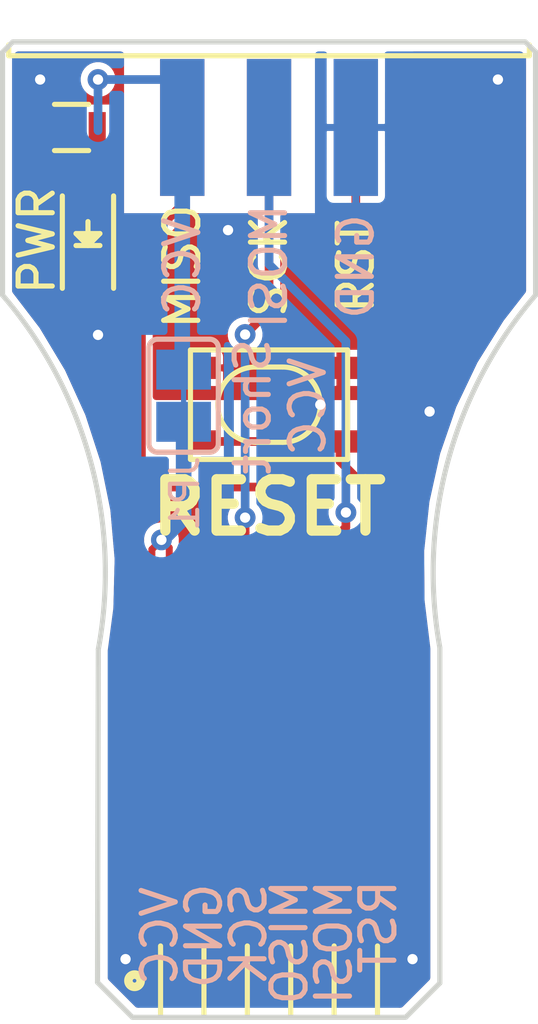
<source format=kicad_pcb>
(kicad_pcb (version 20171130) (host pcbnew 5.1.6-c6e7f7d~86~ubuntu18.04.1)

  (general
    (thickness 1.6)
    (drawings 26)
    (tracks 81)
    (zones 0)
    (modules 6)
    (nets 8)
  )

  (page A4)
  (layers
    (0 F.Cu signal)
    (31 B.Cu signal hide)
    (32 B.Adhes user hide)
    (33 F.Adhes user hide)
    (34 B.Paste user hide)
    (35 F.Paste user)
    (36 B.SilkS user hide)
    (37 F.SilkS user)
    (38 B.Mask user hide)
    (39 F.Mask user)
    (40 Dwgs.User user hide)
    (41 Cmts.User user hide)
    (42 Eco1.User user hide)
    (43 Eco2.User user hide)
    (44 Edge.Cuts user)
    (45 Margin user hide)
    (46 B.CrtYd user hide)
    (47 F.CrtYd user)
    (48 B.Fab user hide)
    (49 F.Fab user)
  )

  (setup
    (last_trace_width 0.1524)
    (user_trace_width 0.1524)
    (user_trace_width 0.2032)
    (user_trace_width 0.254)
    (user_trace_width 0.3048)
    (user_trace_width 0.4572)
    (trace_clearance 0.1524)
    (zone_clearance 0.2032)
    (zone_45_only yes)
    (trace_min 0.1524)
    (via_size 0.6096)
    (via_drill 0.4)
    (via_min_size 0.4)
    (via_min_drill 0.3)
    (user_via 0.6096 0.3)
    (user_via 0.7048 0.4)
    (uvia_size 0.4)
    (uvia_drill 0.3)
    (uvias_allowed no)
    (uvia_min_size 0.4)
    (uvia_min_drill 0.3)
    (edge_width 0.15)
    (segment_width 0.2)
    (pcb_text_width 0.3)
    (pcb_text_size 1.5 1.5)
    (mod_edge_width 0.15)
    (mod_text_size 1 1)
    (mod_text_width 0.15)
    (pad_size 1.1684 1.6002)
    (pad_drill 0)
    (pad_to_mask_clearance 0.04)
    (solder_mask_min_width 0.05)
    (pad_to_paste_clearance -0.03)
    (aux_axis_origin 135.2 123.8)
    (grid_origin 135.2 123.8)
    (visible_elements FFFFFF7F)
    (pcbplotparams
      (layerselection 0x010f8_ffffffff)
      (usegerberextensions true)
      (usegerberattributes false)
      (usegerberadvancedattributes false)
      (creategerberjobfile false)
      (excludeedgelayer true)
      (linewidth 0.100000)
      (plotframeref false)
      (viasonmask false)
      (mode 1)
      (useauxorigin true)
      (hpglpennumber 1)
      (hpglpenspeed 20)
      (hpglpendiameter 15.000000)
      (psnegative false)
      (psa4output false)
      (plotreference true)
      (plotvalue true)
      (plotinvisibletext false)
      (padsonsilk false)
      (subtractmaskfromsilk false)
      (outputformat 1)
      (mirror false)
      (drillshape 0)
      (scaleselection 1)
      (outputdirectory "gerbers"))
  )

  (net 0 "")
  (net 1 "Net-(D1-Pad2)")
  (net 2 /GND)
  (net 3 /VCC)
  (net 4 /MISO)
  (net 5 /SCK)
  (net 6 /RESET)
  (net 7 /MOSI)

  (net_class Default "This is the default net class."
    (clearance 0.1524)
    (trace_width 0.1524)
    (via_dia 0.6096)
    (via_drill 0.4)
    (uvia_dia 0.4)
    (uvia_drill 0.3)
    (add_net /GND)
    (add_net /MISO)
    (add_net /MOSI)
    (add_net /RESET)
    (add_net /SCK)
    (add_net /VCC)
    (add_net "Net-(D1-Pad2)")
  )

  (module footprints:LED_0805 (layer F.Cu) (tedit 58712484) (tstamp 58712452)
    (at 137.7 100.9 90)
    (descr "LED 0805 smd package")
    (tags "LED 0805 SMD")
    (path /5871164C)
    (attr smd)
    (fp_text reference D1 (at 0 1.4 90) (layer F.SilkS) hide
      (effects (font (size 1 1) (thickness 0.15)))
    )
    (fp_text value PWR (at 0 0 90) (layer F.Fab)
      (effects (font (size 0.5 0.5) (thickness 0.075)))
    )
    (fp_line (start -1.6 0.75) (end 1.1 0.75) (layer F.SilkS) (width 0.15))
    (fp_line (start -1.6 -0.75) (end 1.1 -0.75) (layer F.SilkS) (width 0.15))
    (fp_line (start -0.1 0.15) (end -0.1 -0.1) (layer F.SilkS) (width 0.15))
    (fp_line (start -0.1 -0.1) (end -0.25 0.05) (layer F.SilkS) (width 0.15))
    (fp_line (start -0.35 -0.35) (end -0.35 0.35) (layer F.SilkS) (width 0.15))
    (fp_line (start 0 0) (end 0.35 0) (layer F.SilkS) (width 0.15))
    (fp_line (start -0.35 0) (end 0 -0.35) (layer F.SilkS) (width 0.15))
    (fp_line (start 0 -0.35) (end 0 0.35) (layer F.SilkS) (width 0.15))
    (fp_line (start 0 0.35) (end -0.35 0) (layer F.SilkS) (width 0.15))
    (fp_line (start 1.9 -0.95) (end 1.9 0.95) (layer F.CrtYd) (width 0.05))
    (fp_line (start 1.9 0.95) (end -1.9 0.95) (layer F.CrtYd) (width 0.05))
    (fp_line (start -1.9 0.95) (end -1.9 -0.95) (layer F.CrtYd) (width 0.05))
    (fp_line (start -1.9 -0.95) (end 1.9 -0.95) (layer F.CrtYd) (width 0.05))
    (pad 2 smd rect (at 1.04902 0 270) (size 1.19888 1.19888) (layers F.Cu F.Paste F.Mask)
      (net 1 "Net-(D1-Pad2)"))
    (pad 1 smd rect (at -1.04902 0 270) (size 1.19888 1.19888) (layers F.Cu F.Paste F.Mask)
      (net 2 /GND))
    (model ${KIPRJMOD}/packages3d/LED_0805.wrl
      (at (xyz 0 0 0))
      (scale (xyz 1 1 1))
      (rotate (xyz 0 0 0))
    )
  )

  (module footprints:SJ_OPEN (layer B.Cu) (tedit 587138D8) (tstamp 58712458)
    (at 140.5 105.638 90)
    (descr "<b>Solder jumper</b>")
    (path /5871150F)
    (fp_text reference JP1 (at -2.8585 0.034 90) (layer B.SilkS)
      (effects (font (size 0.8 0.8) (thickness 0.12)) (justify mirror))
    )
    (fp_text value Jumper_NO_Small (at 0 -1.6 90) (layer Eco1.User) hide
      (effects (font (size 0.5 0.5) (thickness 0.075)))
    )
    (fp_line (start 1.397 -1.016) (end -1.397 -1.016) (layer B.SilkS) (width 0.1524))
    (fp_line (start 1.651 -0.762) (end 1.651 0.762) (layer B.SilkS) (width 0.1524))
    (fp_line (start -1.651 -0.762) (end -1.651 0.762) (layer B.SilkS) (width 0.1524))
    (fp_line (start -1.397 1.016) (end 1.397 1.016) (layer B.SilkS) (width 0.1524))
    (fp_line (start 1.016 0) (end 1.524 0) (layer Cmts.User) (width 0.1524))
    (fp_line (start -1.016 0) (end -1.524 0) (layer Cmts.User) (width 0.1524))
    (fp_arc (start 1.397 0.762) (end 1.397 1.016) (angle -90) (layer B.SilkS) (width 0.1524))
    (fp_arc (start -1.397 0.762) (end -1.651 0.762) (angle -90) (layer B.SilkS) (width 0.1524))
    (fp_arc (start -1.397 -0.762) (end -1.651 -0.762) (angle 90) (layer B.SilkS) (width 0.1524))
    (fp_arc (start 1.397 -0.762) (end 1.397 -1.016) (angle 90) (layer B.SilkS) (width 0.1524))
    (fp_arc (start -0.254 0) (end -0.254 -0.127) (angle -180) (layer Cmts.User) (width 1.27))
    (fp_arc (start 0.254 0) (end 0.254 0.127) (angle -180) (layer Cmts.User) (width 1.27))
    (pad 1 smd rect (at -0.762 0 90) (size 1.1684 1.6002) (layers B.Cu B.Mask)
      (net 3 /VCC) (solder_mask_margin 0.18))
    (pad 2 smd rect (at 0.762 0 90) (size 1.1684 1.6002) (layers B.Cu B.Mask)
      (net 3 /VCC) (solder_mask_margin 0.18))
  )

  (module footprints:R_0603 (layer F.Cu) (tedit 58712485) (tstamp 58712482)
    (at 137.22 97.8 180)
    (descr "Resistor SMD 0603, reflow soldering, Vishay (see dcrcw.pdf)")
    (tags "resistor 0603")
    (path /587115DD)
    (attr smd)
    (fp_text reference R1 (at 0 -1.9 180) (layer F.SilkS) hide
      (effects (font (size 1 1) (thickness 0.15)))
    )
    (fp_text value 470R (at 0 0 180) (layer F.Fab)
      (effects (font (size 0.5 0.5) (thickness 0.075)))
    )
    (fp_line (start -1.3 -0.8) (end 1.3 -0.8) (layer F.CrtYd) (width 0.05))
    (fp_line (start -1.3 0.8) (end 1.3 0.8) (layer F.CrtYd) (width 0.05))
    (fp_line (start -1.3 -0.8) (end -1.3 0.8) (layer F.CrtYd) (width 0.05))
    (fp_line (start 1.3 -0.8) (end 1.3 0.8) (layer F.CrtYd) (width 0.05))
    (fp_line (start 0.5 0.675) (end -0.5 0.675) (layer F.SilkS) (width 0.15))
    (fp_line (start -0.5 -0.675) (end 0.5 -0.675) (layer F.SilkS) (width 0.15))
    (pad 1 smd rect (at -0.75 0 180) (size 0.5 0.9) (layers F.Cu F.Paste F.Mask)
      (net 3 /VCC))
    (pad 2 smd rect (at 0.75 0 180) (size 0.5 0.9) (layers F.Cu F.Paste F.Mask)
      (net 1 "Net-(D1-Pad2)"))
    (model ${KIPRJMOD}/packages3d/R_0603.wrl
      (at (xyz 0 0 0))
      (scale (xyz 1 1 1))
      (rotate (xyz 0 0 0))
    )
  )

  (module footprints:PTS810_tactile_push_button (layer F.Cu) (tedit 587123C5) (tstamp 5871248A)
    (at 143 105.9 270)
    (descr http://www.ck-components.com/80183/pts810_4mar13.pdf)
    (tags "tact, switch")
    (path /5871179A)
    (fp_text reference S1 (at -3 0) (layer F.SilkS) hide
      (effects (font (size 1 1) (thickness 0.15)))
    )
    (fp_text value "PTS810 SJM 250 SMTR LFS" (at 0 0) (layer F.Fab)
      (effects (font (size 0.5 0.5) (thickness 0.075)))
    )
    (fp_line (start 1.1 -0.4) (end 1.1 0.4) (layer F.SilkS) (width 0.15))
    (fp_line (start -1.1 0.4) (end -1.1 -0.4) (layer F.SilkS) (width 0.15))
    (fp_line (start 1.6 2.3) (end -1.6 2.3) (layer F.SilkS) (width 0.15))
    (fp_line (start 1.6 -2.3) (end 1.6 2.3) (layer F.SilkS) (width 0.15))
    (fp_line (start -1.6 -2.3) (end 1.6 -2.3) (layer F.SilkS) (width 0.15))
    (fp_line (start -1.6 2.3) (end -1.6 -2.3) (layer F.SilkS) (width 0.15))
    (fp_arc (start 0 0.4) (end 1.1 0.4) (angle 180) (layer F.SilkS) (width 0.15))
    (fp_arc (start 0 -0.4) (end -1.1 -0.4) (angle 180) (layer F.SilkS) (width 0.15))
    (pad 1 smd rect (at -1.075 2.075) (size 1.05 0.65) (layers F.Cu F.Paste F.Mask)
      (net 2 /GND))
    (pad 1 smd rect (at -1.075 -2.075) (size 1.05 0.65) (layers F.Cu F.Paste F.Mask)
      (net 2 /GND))
    (pad 2 smd rect (at 1.075 2.075) (size 1.05 0.65) (layers F.Cu F.Paste F.Mask)
      (net 6 /RESET))
    (pad 2 smd rect (at 1.075 -2.075) (size 1.05 0.65) (layers F.Cu F.Paste F.Mask)
      (net 6 /RESET))
    (model ${KIPRJMOD}/packages3d/PTS810_tactile_push_button.wrl
      (at (xyz 0 0 0))
      (scale (xyz 1 1 1))
      (rotate (xyz 0 0 0))
    )
  )

  (module footprints:2x6_idc_box_header_pcb_side_mount (layer F.Cu) (tedit 5A0B70E2) (tstamp 5871246C)
    (at 143 97.8)
    (path /587111D4)
    (fp_text reference P1 (at 0 6.731) (layer F.SilkS) hide
      (effects (font (size 1 1) (thickness 0.15)))
    )
    (fp_text value 75869-131LF (at 0 -3.3) (layer F.Fab)
      (effects (font (size 0.5 0.5) (thickness 0.075)))
    )
    (fp_line (start -7.62 -2.0955) (end -7.62 -2.413) (layer F.SilkS) (width 0.15))
    (fp_line (start 0 -2.0955) (end -7.62 -2.0955) (layer F.SilkS) (width 0.15))
    (fp_line (start 7.62 -2.0955) (end 0 -2.0955) (layer F.SilkS) (width 0.15))
    (fp_line (start 7.62 -2.0955) (end 7.62 -2.413) (layer F.SilkS) (width 0.15))
    (fp_text user MISO (at -2.54 4.064 90) (layer F.SilkS)
      (effects (font (size 1 1) (thickness 0.15)))
    )
    (fp_text user SCK (at 0 4.064 90) (layer F.SilkS)
      (effects (font (size 1 1) (thickness 0.15)))
    )
    (fp_text user RST (at 2.54 4.064 90) (layer F.SilkS)
      (effects (font (size 1 1) (thickness 0.15)))
    )
    (fp_text user VCC (at -2.54 4.064 90) (layer B.SilkS)
      (effects (font (size 1 1) (thickness 0.15)) (justify mirror))
    )
    (fp_text user MOSI (at 0 4.064 90) (layer B.SilkS)
      (effects (font (size 1 1) (thickness 0.15)) (justify mirror))
    )
    (fp_text user GND (at 2.54 4.064 90) (layer B.SilkS)
      (effects (font (size 1 1) (thickness 0.15)) (justify mirror))
    )
    (pad 1 smd rect (at -2.54 0) (size 1.3 4) (layers F.Cu F.Mask)
      (net 4 /MISO))
    (pad 3 smd rect (at 0 0) (size 1.3 4) (layers F.Cu F.Mask)
      (net 5 /SCK))
    (pad 5 smd rect (at 2.54 0) (size 1.3 4) (layers F.Cu F.Mask)
      (net 6 /RESET))
    (pad 4 smd rect (at 0 0) (size 1.3 4) (layers B.Cu B.Mask)
      (net 7 /MOSI))
    (pad 2 smd rect (at -2.54 0) (size 1.3 4) (layers B.Cu B.Mask)
      (net 3 /VCC))
    (pad 6 smd rect (at 2.54 0) (size 1.3 4) (layers B.Cu B.Mask)
      (net 2 /GND))
    (model ${KIPRJMOD}/packages3d/2x6_idc_box_header.wrl
      (at (xyz 0 0 0))
      (scale (xyz 1 1 1))
      (rotate (xyz 0 0 0))
    )
  )

  (module footprints:POGO_ISP (layer F.Cu) (tedit 5A0B71B1) (tstamp 5871247C)
    (at 143 116 180)
    (path /587111A5)
    (fp_text reference P2 (at 0 6.7437 180) (layer F.SilkS) hide
      (effects (font (size 1 1) (thickness 0.15)))
    )
    (fp_text value P50-B1 (at 0 0 180) (layer F.Fab)
      (effects (font (size 0.5 0.5) (thickness 0.075)))
    )
    (fp_circle (center 3.937 -6.731) (end 4.064 -6.604) (layer F.SilkS) (width 0.25))
    (fp_line (start -3.175 -5.715) (end -3.175 -7.747) (layer F.SilkS) (width 0.15))
    (fp_line (start -1.905 -5.715) (end -1.905 -7.747) (layer F.SilkS) (width 0.15))
    (fp_line (start -0.635 -5.715) (end -0.635 -7.747) (layer F.SilkS) (width 0.15))
    (fp_line (start 0.635 -5.715) (end 0.635 -7.747) (layer F.SilkS) (width 0.15))
    (fp_line (start 1.905 -5.715) (end 1.905 -7.747) (layer F.SilkS) (width 0.15))
    (fp_line (start 3.175 -5.715) (end 3.175 -7.747) (layer F.SilkS) (width 0.15))
    (pad 5 smd rect (at -3.4671 -0.2794 180) (size 0.3048 11) (layers F.Cu F.Mask)
      (net 6 /RESET))
    (pad 5 smd rect (at -2.8829 -0.2794 180) (size 0.3048 11) (layers F.Cu F.Mask)
      (net 6 /RESET))
    (pad "" smd rect (at -3.4671 -4.7752 180) (size 0.3048 2) (layers F.Paste))
    (pad 12 smd rect (at -3.4671 -1.7752 180) (size 0.3048 2) (layers F.Paste))
    (pad 13 smd rect (at -3.4671 1.2248 180) (size 0.3048 2) (layers F.Paste))
    (pad "" smd rect (at -3.4671 4.2248 180) (size 0.3048 2) (layers F.Paste))
    (pad "" smd rect (at -2.8829 -4.7752 180) (size 0.3048 2) (layers F.Paste))
    (pad 12 smd rect (at -2.8829 -1.7752 180) (size 0.3048 2) (layers F.Paste))
    (pad 13 smd rect (at -2.8829 1.2248 180) (size 0.3048 2) (layers F.Paste))
    (pad "" smd rect (at -2.8829 4.2248 180) (size 0.3048 2) (layers F.Paste))
    (pad 4 smd rect (at -2.1971 -0.0254 180) (size 0.3048 11) (layers F.Cu F.Mask)
      (net 7 /MOSI))
    (pad 1 smd rect (at -0.9271 -0.0254 180) (size 0.3048 11) (layers F.Cu F.Mask)
      (net 4 /MISO))
    (pad 3 smd rect (at 0.3429 -0.0254 180) (size 0.3048 11) (layers F.Cu F.Mask)
      (net 5 /SCK))
    (pad 6 smd rect (at 1.6129 -0.0254 180) (size 0.3048 11) (layers F.Cu F.Mask)
      (net 2 /GND))
    (pad 2 smd rect (at 2.8829 -0.2794 180) (size 0.3048 11) (layers F.Cu F.Mask)
      (net 3 /VCC))
    (pad 4 smd rect (at -1.6129 -0.0254 180) (size 0.3048 11) (layers F.Cu F.Mask)
      (net 7 /MOSI))
    (pad 1 smd rect (at -0.3429 -0.0254 180) (size 0.3048 11) (layers F.Cu F.Mask)
      (net 4 /MISO))
    (pad 3 smd rect (at 0.9271 -0.0254 180) (size 0.3048 11) (layers F.Cu F.Mask)
      (net 5 /SCK))
    (pad 6 smd rect (at 2.1971 -0.0254 180) (size 0.3048 11) (layers F.Cu F.Mask)
      (net 2 /GND))
    (pad 2 smd rect (at 3.4671 -0.2794 180) (size 0.3048 11) (layers F.Cu F.Mask)
      (net 3 /VCC))
    (pad "" smd rect (at -2.1971 -4.5212 180) (size 0.3048 2) (layers F.Paste))
    (pad "" smd rect (at -0.9271 -4.5212 180) (size 0.3048 2) (layers F.Paste))
    (pad 61 smd rect (at 2.8829 -4.7752 180) (size 0.3048 2) (layers F.Paste))
    (pad 21 smd rect (at -2.1971 1.4788 180) (size 0.3048 2) (layers F.Paste))
    (pad 31 smd rect (at -0.9271 1.4788 180) (size 0.3048 2) (layers F.Paste))
    (pad 41 smd rect (at 0.3429 1.4788 180) (size 0.3048 2) (layers F.Paste))
    (pad 51 smd rect (at 1.6129 1.4788 180) (size 0.3048 2) (layers F.Paste))
    (pad 61 smd rect (at 2.8829 1.2248 180) (size 0.3048 2) (layers F.Paste))
    (pad 21 smd rect (at -2.1971 -1.5212 180) (size 0.3048 2) (layers F.Paste))
    (pad 31 smd rect (at -0.9271 -1.5212 180) (size 0.3048 2) (layers F.Paste))
    (pad 41 smd rect (at 0.3429 -1.5212 180) (size 0.3048 2) (layers F.Paste))
    (pad 51 smd rect (at 1.6129 -1.5212 180) (size 0.3048 2) (layers F.Paste))
    (pad 61 smd rect (at 2.8829 -1.7752 180) (size 0.3048 2) (layers F.Paste))
    (pad 21 smd rect (at -2.1971 4.4788 180) (size 0.3048 2) (layers F.Paste))
    (pad 31 smd rect (at -0.9271 4.4788 180) (size 0.3048 2) (layers F.Paste))
    (pad 41 smd rect (at 0.3429 4.4788 180) (size 0.3048 2) (layers F.Paste))
    (pad 51 smd rect (at 1.6129 4.4788 180) (size 0.3048 2) (layers F.Paste))
    (pad 61 smd rect (at 2.8829 4.2248 180) (size 0.3048 2) (layers F.Paste))
    (pad 21 smd rect (at -1.6129 4.4788 180) (size 0.3048 2) (layers F.Paste))
    (pad 31 smd rect (at -0.3429 4.4788 180) (size 0.3048 2) (layers F.Paste))
    (pad 41 smd rect (at 0.9271 4.4788 180) (size 0.3048 2) (layers F.Paste))
    (pad 51 smd rect (at 2.1971 4.4788 180) (size 0.3048 2) (layers F.Paste))
    (pad 61 smd rect (at 3.4671 4.2248 180) (size 0.3048 2) (layers F.Paste))
    (pad 21 smd rect (at -1.6129 1.4788 180) (size 0.3048 2) (layers F.Paste))
    (pad 31 smd rect (at -0.3429 1.4788 180) (size 0.3048 2) (layers F.Paste))
    (pad 41 smd rect (at 0.9271 1.4788 180) (size 0.3048 2) (layers F.Paste))
    (pad 51 smd rect (at 2.1971 1.4788 180) (size 0.3048 2) (layers F.Paste))
    (pad 61 smd rect (at 3.4671 1.2248 180) (size 0.3048 2) (layers F.Paste))
    (pad 21 smd rect (at -1.6129 -1.5212 180) (size 0.3048 2) (layers F.Paste))
    (pad 31 smd rect (at -0.3429 -1.5212 180) (size 0.3048 2) (layers F.Paste))
    (pad 41 smd rect (at 0.9271 -1.5212 180) (size 0.3048 2) (layers F.Paste))
    (pad 51 smd rect (at 2.1971 -1.5212 180) (size 0.3048 2) (layers F.Paste))
    (pad 61 smd rect (at 3.4671 -1.7752 180) (size 0.3048 2) (layers F.Paste))
    (pad "" smd rect (at -1.6129 -4.5212 180) (size 0.3048 2) (layers F.Paste))
    (pad "" smd rect (at -0.3429 -4.5212 180) (size 0.3048 2) (layers F.Paste))
    (pad 61 smd rect (at 3.4671 -4.7752 180) (size 0.3048 2) (layers F.Paste))
    (pad 0 smd rect (at 0.3429 -4.5212 180) (size 0.3048 2) (layers F.Paste))
    (pad 31 smd rect (at 1.6129 -4.5212 180) (size 0.3048 2) (layers F.Paste))
    (pad "" smd rect (at 0.9271 -4.5212 180) (size 0.3048 2) (layers F.Paste))
    (pad 31 smd rect (at 2.1971 -4.5212 180) (size 0.3048 2) (layers F.Paste))
    (pad "" smd rect (at -3.175 -0.2794 180) (size 0.3048 11) (layers F.Mask))
    (pad "" smd rect (at -1.905 -0.0254 180) (size 0.3048 11) (layers F.Mask))
    (pad "" smd rect (at -0.635 -0.0254 180) (size 0.3048 11) (layers F.Mask))
    (pad "" smd rect (at 0.635 -0.0254 180) (size 0.3048 11) (layers F.Mask))
    (pad "" smd rect (at 1.905 -0.0254 180) (size 0.3048 11) (layers F.Mask))
    (pad "" smd rect (at 3.175 -0.2794 180) (size 0.3048 11) (layers F.Mask))
    (model ${KIPRJMOD}/packages3d/1x6_pogo_pins.wrl
      (offset (xyz 0 0 -0.1346199979782104))
      (scale (xyz 1 1 1))
      (rotate (xyz 0 0 0))
    )
  )

  (gr_line (start 137.98 122.78) (end 139 123.8) (layer Edge.Cuts) (width 0.15) (tstamp 5EE1E7C6))
  (gr_line (start 138.002713 113.050286) (end 137.98 122.78) (layer Edge.Cuts) (width 0.15))
  (gr_line (start 150.8 95.59) (end 150.5 95.3) (layer Edge.Cuts) (width 0.15) (tstamp 5EE1E70B))
  (gr_line (start 150.802763 102.697394) (end 150.8 95.59) (layer Edge.Cuts) (width 0.15))
  (gr_line (start 135.5 95.3) (end 135.2 95.6) (layer Edge.Cuts) (width 0.15) (tstamp 5EE1E5F7))
  (gr_line (start 150.5 95.3) (end 135.5 95.3) (layer Edge.Cuts) (width 0.15) (tstamp 5EE1E5ED))
  (gr_text JLCJLCJLCJLC (at 146.503 109.449 -90) (layer B.Mask) (tstamp 5EE0F226)
    (effects (font (size 1.2 1.2) (thickness 0.18)) (justify mirror))
  )
  (gr_text RST (at 146.2 119.7 90) (layer B.SilkS) (tstamp 58713D3A)
    (effects (font (size 1 1) (thickness 0.15)) (justify left mirror))
  )
  (gr_text MOSI (at 144.9 119.7 90) (layer B.SilkS) (tstamp 58713D37)
    (effects (font (size 1 1) (thickness 0.15)) (justify left mirror))
  )
  (gr_text MISO (at 143.6 119.7 90) (layer B.SilkS) (tstamp 58713D33)
    (effects (font (size 1 1) (thickness 0.15)) (justify left mirror))
  )
  (gr_text SCK (at 142.4 119.8 90) (layer B.SilkS) (tstamp 58713D2E)
    (effects (font (size 1 1) (thickness 0.15)) (justify left mirror))
  )
  (gr_text GND (at 141.1 119.8 90) (layer B.SilkS) (tstamp 58713D27)
    (effects (font (size 1 1) (thickness 0.15)) (justify left mirror))
  )
  (gr_text VCC (at 139.8 119.9 90) (layer B.SilkS)
    (effects (font (size 1 1) (thickness 0.15)) (justify left mirror))
  )
  (gr_text "POGO ISP" (at 143 116.9) (layer B.Mask) (tstamp 58713A10)
    (effects (font (size 1.2 1.2) (thickness 0.22)) (justify mirror))
  )
  (gr_text iohippo (at 143 118.4) (layer B.Mask)
    (effects (font (size 1 1) (thickness 0.16)) (justify mirror))
  )
  (gr_text "Short\nVCC" (at 143.328 105.9565 90) (layer B.SilkS)
    (effects (font (size 1 1) (thickness 0.15)) (justify mirror))
  )
  (gr_arc (start 160.25 110.8) (end 148 113) (angle 50.8) (layer Edge.Cuts) (width 0.15) (tstamp 58712A22))
  (gr_arc (start 125.8 110.8) (end 135.2 102.7) (angle 51.2) (layer Edge.Cuts) (width 0.15))
  (dimension 15.7 (width 0.3) (layer Dwgs.User)
    (gr_text "15.700 mm" (at 143.05 91.97) (layer Dwgs.User)
      (effects (font (size 1.5 1.5) (thickness 0.3)))
    )
    (feature1 (pts (xy 150.9 95.3) (xy 150.9 90.62)))
    (feature2 (pts (xy 135.2 95.3) (xy 135.2 90.62)))
    (crossbar (pts (xy 135.2 93.32) (xy 150.9 93.32)))
    (arrow1a (pts (xy 150.9 93.32) (xy 149.773496 93.906421)))
    (arrow1b (pts (xy 150.9 93.32) (xy 149.773496 92.733579)))
    (arrow2a (pts (xy 135.2 93.32) (xy 136.326504 93.906421)))
    (arrow2b (pts (xy 135.2 93.32) (xy 136.326504 92.733579)))
  )
  (dimension 28.4 (width 0.3) (layer Dwgs.User)
    (gr_text "28.400 mm" (at 131.31 109.6 270) (layer Dwgs.User)
      (effects (font (size 1.5 1.5) (thickness 0.3)))
    )
    (feature1 (pts (xy 135.4 123.8) (xy 129.96 123.8)))
    (feature2 (pts (xy 135.4 95.4) (xy 129.96 95.4)))
    (crossbar (pts (xy 132.66 95.4) (xy 132.66 123.8)))
    (arrow1a (pts (xy 132.66 123.8) (xy 132.073579 122.673496)))
    (arrow1b (pts (xy 132.66 123.8) (xy 133.246421 122.673496)))
    (arrow2a (pts (xy 132.66 95.4) (xy 132.073579 96.526504)))
    (arrow2b (pts (xy 132.66 95.4) (xy 133.246421 96.526504)))
  )
  (gr_line (start 147 123.8) (end 148 122.8) (layer Edge.Cuts) (width 0.15))
  (gr_line (start 147 123.8) (end 139 123.8) (layer Edge.Cuts) (width 0.15))
  (gr_line (start 148 113) (end 148 122.8) (layer Edge.Cuts) (width 0.15))
  (gr_line (start 135.2 102.7) (end 135.2 95.6) (layer Edge.Cuts) (width 0.15))
  (gr_text PWR (at 136.2 101.1 90) (layer F.SilkS)
    (effects (font (size 1 1) (thickness 0.15)))
  )
  (gr_text RESET (at 143 108.9) (layer F.SilkS)
    (effects (font (size 1.5 1.5) (thickness 0.3)))
  )

  (segment (start 137.7 99.85098) (end 137.53998 99.85098) (width 0.1524) (layer F.Cu) (net 1))
  (segment (start 136.47 98.781) (end 136.47 97.8) (width 0.254) (layer F.Cu) (net 1))
  (segment (start 137.53998 99.85098) (end 136.47 98.781) (width 0.254) (layer F.Cu) (net 1))
  (segment (start 140.841 116.0254) (end 140.841 110.109) (width 0.2032) (layer F.Cu) (net 2) (status 10))
  (segment (start 140.841 110.109) (end 141.1 109.85) (width 0.2032) (layer F.Cu) (net 2))
  (segment (start 141.1 109.85) (end 141.349 110.099) (width 0.2032) (layer F.Cu) (net 2))
  (segment (start 141.349 110.099) (end 141.349 116.0254) (width 0.2032) (layer F.Cu) (net 2) (status 20))
  (via (at 149.7 96.4) (size 0.6096) (drill 0.3) (layers F.Cu B.Cu) (net 2))
  (via (at 136.3 96.4) (size 0.6096) (drill 0.3) (layers F.Cu B.Cu) (net 2))
  (via (at 147.7 106.1) (size 0.6096) (drill 0.3) (layers F.Cu B.Cu) (net 2))
  (via (at 137.994 103.861) (size 0.6096) (drill 0.3) (layers F.Cu B.Cu) (net 2))
  (via (at 138.8 122.1) (size 0.6096) (drill 0.3) (layers F.Cu B.Cu) (net 2))
  (via (at 147.2 122.1) (size 0.6096) (drill 0.3) (layers F.Cu B.Cu) (net 2))
  (via (at 144.5 105.9) (size 0.6096) (drill 0.3) (layers F.Cu B.Cu) (net 2))
  (via (at 141.8 100.8) (size 0.6096) (drill 0.3) (layers F.Cu B.Cu) (net 2))
  (segment (start 139.85 109.85) (end 140.079 110.079) (width 0.2032) (layer F.Cu) (net 3))
  (segment (start 140.079 110.079) (end 140.079 116.0254) (width 0.2032) (layer F.Cu) (net 3) (status 20))
  (segment (start 139.85 109.85) (end 139.571 110.129) (width 0.2032) (layer F.Cu) (net 3))
  (segment (start 139.571 110.129) (end 139.571 116.0254) (width 0.2032) (layer F.Cu) (net 3) (status 20))
  (via (at 139.85 109.85) (size 0.6096) (drill 0.3) (layers F.Cu B.Cu) (net 3) (tstamp 5EE0EB96))
  (segment (start 140.5 109.2) (end 139.85 109.85) (width 0.4572) (layer B.Cu) (net 3))
  (segment (start 140.46 104.836) (end 140.5 104.876) (width 0.4572) (layer B.Cu) (net 3) (status 30))
  (segment (start 140.46 97.8) (end 140.46 104.836) (width 0.4572) (layer B.Cu) (net 3) (status 30))
  (segment (start 140.5 109.2) (end 140.5 106.4) (width 0.4572) (layer B.Cu) (net 3) (status 20))
  (segment (start 140.5 104.876) (end 140.5 106.4) (width 0.1524) (layer B.Cu) (net 3) (status 30))
  (via (at 137.994 96.4) (size 0.6096) (drill 0.3) (layers F.Cu B.Cu) (net 3))
  (segment (start 137.994 97.776) (end 137.97 97.8) (width 0.254) (layer F.Cu) (net 3))
  (segment (start 140.46 96.929) (end 140.46 97.8) (width 0.254) (layer B.Cu) (net 3))
  (segment (start 140.026 96.495) (end 140.46 96.929) (width 0.254) (layer B.Cu) (net 3))
  (segment (start 137.994 97.892) (end 137.994 96.4) (width 0.254) (layer B.Cu) (net 3))
  (segment (start 140.46 96.4) (end 140.46 97.8) (width 0.254) (layer B.Cu) (net 3))
  (segment (start 137.994 96.4) (end 140.46 96.4) (width 0.254) (layer B.Cu) (net 3))
  (segment (start 143.381 116.0254) (end 143.381 110.119) (width 0.2032) (layer F.Cu) (net 4) (status 10))
  (segment (start 143.889 110.139) (end 143.889 116.0254) (width 0.2032) (layer F.Cu) (net 4) (status 20))
  (segment (start 143.381 110.119) (end 143.625 109.875) (width 0.2032) (layer F.Cu) (net 4))
  (segment (start 143.625 109.875) (end 143.889 110.139) (width 0.2032) (layer F.Cu) (net 4))
  (segment (start 143.625 108.984) (end 142.947 108.306) (width 0.254) (layer F.Cu) (net 4))
  (segment (start 143.625 109.875) (end 143.625 108.984) (width 0.254) (layer F.Cu) (net 4))
  (segment (start 140.026 108.306) (end 139.264 107.544) (width 0.254) (layer F.Cu) (net 4))
  (segment (start 139.264 107.544) (end 139.264 101.25) (width 0.254) (layer F.Cu) (net 4))
  (segment (start 140.46 100.054) (end 140.46 97.8) (width 0.254) (layer F.Cu) (net 4))
  (segment (start 139.264 101.25) (end 140.46 100.054) (width 0.254) (layer F.Cu) (net 4))
  (segment (start 142.947 108.306) (end 140.026 108.306) (width 0.254) (layer F.Cu) (net 4))
  (segment (start 142.3 109.631034) (end 142.3 109.199982) (width 0.254) (layer F.Cu) (net 5))
  (segment (start 142.3 109.85) (end 142.3 109.631034) (width 0.254) (layer F.Cu) (net 5))
  (segment (start 142.35 109.9) (end 142.3 109.85) (width 0.254) (layer F.Cu) (net 5))
  (segment (start 142.3 103.85) (end 142.3 109.199982) (width 0.254) (layer B.Cu) (net 5))
  (via (at 142.3 109.199982) (size 0.6096) (drill 0.3) (layers F.Cu B.Cu) (net 5))
  (segment (start 143 97.8) (end 143 103.15) (width 0.254) (layer F.Cu) (net 5) (status 10))
  (segment (start 143 103.15) (end 142.3 103.85) (width 0.254) (layer F.Cu) (net 5))
  (via (at 142.3 103.85) (size 0.6096) (drill 0.3) (layers F.Cu B.Cu) (net 5))
  (segment (start 143 97.8) (end 143 99.15) (width 0.254) (layer F.Cu) (net 5) (status 30))
  (segment (start 142.111 116.0254) (end 142.111 110.139) (width 0.2032) (layer F.Cu) (net 5) (status 10))
  (segment (start 142.111 110.139) (end 142.35 109.9) (width 0.2032) (layer F.Cu) (net 5))
  (segment (start 142.35 109.9) (end 142.619 110.169) (width 0.2032) (layer F.Cu) (net 5))
  (segment (start 142.619 110.169) (end 142.619 116.0254) (width 0.2032) (layer F.Cu) (net 5) (status 20))
  (segment (start 146.15 110) (end 146.4671 110.3171) (width 0.2032) (layer F.Cu) (net 6))
  (segment (start 146.4671 110.3171) (end 146.4671 116.2794) (width 0.2032) (layer F.Cu) (net 6) (status 20))
  (segment (start 146.15 110) (end 145.8829 110.2671) (width 0.2032) (layer F.Cu) (net 6))
  (segment (start 145.8829 110.2671) (end 145.8829 116.2794) (width 0.2032) (layer F.Cu) (net 6) (status 20))
  (segment (start 145.075 106.975) (end 145.075 107.554) (width 0.254) (layer F.Cu) (net 6) (status 10))
  (segment (start 145.075 107.554) (end 146.15 108.629) (width 0.254) (layer F.Cu) (net 6))
  (segment (start 146.15 108.629) (end 146.15 110) (width 0.254) (layer F.Cu) (net 6))
  (segment (start 140.925 106.975) (end 145.075 106.975) (width 0.254) (layer F.Cu) (net 6) (status 30))
  (segment (start 145.075 106.975) (end 145.275 106.975) (width 0.4572) (layer F.Cu) (net 6) (status 30))
  (segment (start 145.929 106.975) (end 145.075 106.975) (width 0.254) (layer F.Cu) (net 6))
  (segment (start 146.757 106.147) (end 145.929 106.975) (width 0.254) (layer F.Cu) (net 6))
  (segment (start 146.757 104.242) (end 146.757 106.147) (width 0.254) (layer F.Cu) (net 6))
  (segment (start 145.54 97.8) (end 145.54 103.025) (width 0.254) (layer F.Cu) (net 6))
  (segment (start 145.54 103.025) (end 146.757 104.242) (width 0.254) (layer F.Cu) (net 6))
  (segment (start 145.25 109.05) (end 145.25 109.481052) (width 0.254) (layer F.Cu) (net 7))
  (via (at 145.25 109.05) (size 0.6096) (drill 0.3) (layers F.Cu B.Cu) (net 7))
  (segment (start 144.9 109.831052) (end 144.9 109.9) (width 0.254) (layer F.Cu) (net 7))
  (segment (start 145.25 109.481052) (end 144.9 109.831052) (width 0.254) (layer F.Cu) (net 7))
  (segment (start 144.9 109.9) (end 145.159 110.159) (width 0.2032) (layer F.Cu) (net 7))
  (segment (start 145.159 110.159) (end 145.159 116.0254) (width 0.2032) (layer F.Cu) (net 7) (status 20))
  (segment (start 144.651 110.149) (end 144.9 109.9) (width 0.2032) (layer F.Cu) (net 7))
  (segment (start 144.651 116.0254) (end 144.651 110.149) (width 0.2032) (layer F.Cu) (net 7) (status 10))
  (segment (start 143 101.8) (end 145.25 104.05) (width 0.254) (layer B.Cu) (net 7))
  (segment (start 143 97.8) (end 143 101.8) (width 0.254) (layer B.Cu) (net 7) (status 10))
  (segment (start 145.25 104.05) (end 145.25 109.05) (width 0.254) (layer B.Cu) (net 7))

  (zone (net 2) (net_name /GND) (layer F.Cu) (tstamp 5D5D28E6) (hatch edge 0.508)
    (connect_pads (clearance 0.2032))
    (min_thickness 0.2032)
    (fill yes (arc_segments 16) (thermal_gap 0.2032) (thermal_bridge_width 0.2033))
    (polygon
      (pts
        (xy 135.2 95.4) (xy 150.8 95.4) (xy 150.8 123.8) (xy 135.2 123.8)
      )
    )
    (filled_polygon
      (pts
        (xy 138.6544 100.305) (xy 138.656352 100.324821) (xy 138.662134 100.343881) (xy 138.671523 100.361446) (xy 138.684158 100.376842)
        (xy 138.699554 100.389477) (xy 138.717119 100.398866) (xy 138.736179 100.404648) (xy 138.756 100.4066) (xy 139.496743 100.4066)
        (xy 138.973674 100.92967) (xy 138.957195 100.943194) (xy 138.903235 101.008944) (xy 138.884869 101.043305) (xy 138.86314 101.083958)
        (xy 138.838448 101.165353) (xy 138.830111 101.25) (xy 138.832201 101.27122) (xy 138.8322 107.52279) (xy 138.830111 107.544)
        (xy 138.8322 107.565209) (xy 138.838448 107.628647) (xy 138.863139 107.710041) (xy 138.903234 107.785055) (xy 138.957194 107.850806)
        (xy 138.973679 107.864335) (xy 139.70567 108.596326) (xy 139.719194 108.612806) (xy 139.776751 108.660042) (xy 139.784944 108.666766)
        (xy 139.859958 108.706861) (xy 139.941352 108.731552) (xy 140.026 108.739889) (xy 140.04721 108.7378) (xy 141.900076 108.7378)
        (xy 141.826492 108.811384) (xy 141.759779 108.911228) (xy 141.713826 109.022168) (xy 141.6904 109.139942) (xy 141.6904 109.260022)
        (xy 141.713826 109.377796) (xy 141.759779 109.488736) (xy 141.826492 109.58858) (xy 141.8682 109.630288) (xy 141.8682 109.807064)
        (xy 141.837741 109.837523) (xy 141.822243 109.850242) (xy 141.809524 109.86574) (xy 141.809518 109.865746) (xy 141.788549 109.891298)
        (xy 141.771457 109.912124) (xy 141.760767 109.932124) (xy 141.733893 109.9824) (xy 140.474383 109.9824) (xy 140.456762 109.92431)
        (xy 140.4596 109.91004) (xy 140.4596 109.78996) (xy 140.436174 109.672186) (xy 140.390221 109.561246) (xy 140.323508 109.461402)
        (xy 140.238598 109.376492) (xy 140.138754 109.309779) (xy 140.027814 109.263826) (xy 139.91004 109.2404) (xy 139.78996 109.2404)
        (xy 139.672186 109.263826) (xy 139.561246 109.309779) (xy 139.461402 109.376492) (xy 139.376492 109.461402) (xy 139.309779 109.561246)
        (xy 139.263826 109.672186) (xy 139.2404 109.78996) (xy 139.2404 109.891227) (xy 139.231456 109.902125) (xy 139.199621 109.961685)
        (xy 139.193719 109.972726) (xy 139.190784 109.9824) (xy 139.01 109.9824) (xy 138.990179 109.984352) (xy 138.971119 109.990134)
        (xy 138.953554 109.999523) (xy 138.938158 110.012158) (xy 138.925523 110.027554) (xy 138.916134 110.045119) (xy 138.910352 110.064179)
        (xy 138.9084 110.084) (xy 138.9084 122.149) (xy 138.910352 122.168821) (xy 138.916134 122.187881) (xy 138.925523 122.205446)
        (xy 138.938158 122.220842) (xy 138.953554 122.233477) (xy 138.971119 122.242866) (xy 138.990179 122.248648) (xy 139.01 122.2506)
        (xy 139.1984 122.2506) (xy 139.1984 123.4202) (xy 139.157318 123.4202) (xy 138.3798 122.642682) (xy 138.3798 113.09577)
        (xy 138.542341 111.877413) (xy 138.542744 111.872108) (xy 138.543596 111.866879) (xy 138.545546 111.837121) (xy 138.582337 110.430661)
        (xy 138.582134 110.424025) (xy 138.582452 110.417404) (xy 138.581021 110.387617) (xy 138.45836 108.986034) (xy 138.457408 108.979467)
        (xy 138.456974 108.97285) (xy 138.452189 108.94348) (xy 138.45218 108.943415) (xy 138.452175 108.943395) (xy 138.171643 107.564727)
        (xy 138.169956 107.558318) (xy 138.168774 107.551785) (xy 138.160678 107.523083) (xy 137.725874 106.185014) (xy 137.723471 106.178835)
        (xy 137.721558 106.172479) (xy 137.710265 106.144878) (xy 137.126781 104.864632) (xy 137.123689 104.858756) (xy 137.121073 104.852667)
        (xy 137.106742 104.826545) (xy 137.106729 104.826521) (xy 137.106724 104.826513) (xy 136.382068 103.620558) (xy 136.378333 103.615073)
        (xy 136.375042 103.609315) (xy 136.35783 103.584962) (xy 135.5798 102.57107) (xy 135.5798 102.54846) (xy 136.794285 102.54846)
        (xy 136.80017 102.608211) (xy 136.817599 102.665666) (xy 136.845902 102.718617) (xy 136.883991 102.765029) (xy 136.930403 102.803118)
        (xy 136.983354 102.831421) (xy 137.040809 102.84885) (xy 137.10056 102.854735) (xy 137.62375 102.85326) (xy 137.69995 102.77706)
        (xy 137.69995 101.94907) (xy 137.70005 101.94907) (xy 137.70005 102.77706) (xy 137.77625 102.85326) (xy 138.29944 102.854735)
        (xy 138.359191 102.84885) (xy 138.416646 102.831421) (xy 138.469597 102.803118) (xy 138.516009 102.765029) (xy 138.554098 102.718617)
        (xy 138.582401 102.665666) (xy 138.59983 102.608211) (xy 138.605715 102.54846) (xy 138.60424 102.02527) (xy 138.52804 101.94907)
        (xy 137.70005 101.94907) (xy 137.69995 101.94907) (xy 136.87196 101.94907) (xy 136.79576 102.02527) (xy 136.794285 102.54846)
        (xy 135.5798 102.54846) (xy 135.5798 97.35) (xy 135.913726 97.35) (xy 135.913726 98.25) (xy 135.919611 98.309751)
        (xy 135.93704 98.367206) (xy 135.965342 98.420157) (xy 136.003432 98.466568) (xy 136.0382 98.495103) (xy 136.0382 98.75979)
        (xy 136.036111 98.781) (xy 136.0382 98.802209) (xy 136.044448 98.865647) (xy 136.069139 98.947041) (xy 136.109234 99.022055)
        (xy 136.163194 99.087806) (xy 136.179679 99.101335) (xy 136.7494 99.671057) (xy 136.7494 101.321) (xy 136.751352 101.340821)
        (xy 136.757134 101.359881) (xy 136.766523 101.377446) (xy 136.779158 101.392842) (xy 136.794442 101.405385) (xy 136.79576 101.87277)
        (xy 136.87196 101.94897) (xy 137.69995 101.94897) (xy 137.69995 101.92897) (xy 137.70005 101.92897) (xy 137.70005 101.94897)
        (xy 138.52804 101.94897) (xy 138.60424 101.87277) (xy 138.605715 101.34958) (xy 138.60325 101.324553) (xy 138.6036 101.321)
        (xy 138.6036 100.471884) (xy 138.605714 100.45042) (xy 138.605714 99.25154) (xy 138.6036 99.230076) (xy 138.6036 97.13)
        (xy 138.601648 97.110179) (xy 138.595866 97.091119) (xy 138.586477 97.073554) (xy 138.573842 97.058158) (xy 138.558446 97.045523)
        (xy 138.540881 97.036134) (xy 138.521821 97.030352) (xy 138.502 97.0284) (xy 136.47 97.0284) (xy 136.450179 97.030352)
        (xy 136.431119 97.036134) (xy 136.416916 97.043726) (xy 136.22 97.043726) (xy 136.160249 97.049611) (xy 136.102794 97.06704)
        (xy 136.049843 97.095342) (xy 136.003432 97.133432) (xy 135.965342 97.179843) (xy 135.93704 97.232794) (xy 135.919611 97.290249)
        (xy 135.913726 97.35) (xy 135.5798 97.35) (xy 135.5798 96.33996) (xy 137.3844 96.33996) (xy 137.3844 96.46004)
        (xy 137.407826 96.577814) (xy 137.453779 96.688754) (xy 137.520492 96.788598) (xy 137.605402 96.873508) (xy 137.705246 96.940221)
        (xy 137.816186 96.986174) (xy 137.93396 97.0096) (xy 138.05404 97.0096) (xy 138.171814 96.986174) (xy 138.282754 96.940221)
        (xy 138.382598 96.873508) (xy 138.467508 96.788598) (xy 138.534221 96.688754) (xy 138.580174 96.577814) (xy 138.6036 96.46004)
        (xy 138.6036 96.33996) (xy 138.580174 96.222186) (xy 138.534221 96.111246) (xy 138.467508 96.011402) (xy 138.382598 95.926492)
        (xy 138.282754 95.859779) (xy 138.171814 95.813826) (xy 138.05404 95.7904) (xy 137.93396 95.7904) (xy 137.816186 95.813826)
        (xy 137.705246 95.859779) (xy 137.605402 95.926492) (xy 137.520492 96.011402) (xy 137.453779 96.111246) (xy 137.407826 96.222186)
        (xy 137.3844 96.33996) (xy 135.5798 96.33996) (xy 135.5798 95.757318) (xy 135.657319 95.6798) (xy 138.6544 95.6798)
      )
    )
    (filled_polygon
      (pts
        (xy 150.420263 95.751162) (xy 150.422913 102.566799) (xy 149.795297 103.371018) (xy 149.792653 103.374833) (xy 149.789677 103.378403)
        (xy 149.772864 103.403033) (xy 149.02361 104.598897) (xy 149.020411 104.604712) (xy 149.016769 104.610252) (xy 149.002851 104.636627)
        (xy 148.39379 105.909622) (xy 148.391268 105.915765) (xy 148.388279 105.921678) (xy 148.377456 105.949411) (xy 148.377436 105.94946)
        (xy 148.377431 105.949476) (xy 147.916397 107.283219) (xy 147.914589 107.289599) (xy 147.912285 107.295822) (xy 147.904672 107.324599)
        (xy 147.904657 107.324652) (xy 147.904654 107.324669) (xy 147.597569 108.702029) (xy 147.596496 108.70857) (xy 147.59491 108.715016)
        (xy 147.590603 108.744477) (xy 147.590595 108.744525) (xy 147.590594 108.744541) (xy 147.441402 110.147811) (xy 147.441076 110.154441)
        (xy 147.440231 110.161016) (xy 147.439287 110.190766) (xy 147.439284 110.190823) (xy 147.439285 110.190841) (xy 147.449909 111.601978)
        (xy 147.450335 111.608597) (xy 147.45024 111.61523) (xy 147.452669 111.644892) (xy 147.452673 111.644954) (xy 147.452676 111.644973)
        (xy 147.6202 113.022999) (xy 147.620201 122.642681) (xy 146.842682 123.4202) (xy 146.8016 123.4202) (xy 146.8016 122.2506)
        (xy 147.011 122.2506) (xy 147.030821 122.248648) (xy 147.049881 122.242866) (xy 147.067446 122.233477) (xy 147.082842 122.220842)
        (xy 147.095477 122.205446) (xy 147.104866 122.187881) (xy 147.110648 122.168821) (xy 147.1126 122.149) (xy 147.1126 110.084)
        (xy 147.110648 110.064179) (xy 147.104866 110.045119) (xy 147.095477 110.027554) (xy 147.082842 110.012158) (xy 147.067446 109.999523)
        (xy 147.049881 109.990134) (xy 147.030821 109.984352) (xy 147.011 109.9824) (xy 146.707136 109.9824) (xy 146.5818 109.857064)
        (xy 146.5818 108.65021) (xy 146.583889 108.629) (xy 146.575552 108.544352) (xy 146.550861 108.462958) (xy 146.510766 108.387944)
        (xy 146.456806 108.322194) (xy 146.440328 108.308671) (xy 146.158257 108.0266) (xy 146.249 108.0266) (xy 146.268821 108.024648)
        (xy 146.287881 108.018866) (xy 146.305446 108.009477) (xy 146.320842 107.996842) (xy 146.333477 107.981446) (xy 146.342866 107.963881)
        (xy 146.348648 107.944821) (xy 146.3506 107.925) (xy 146.3506 107.164056) (xy 147.047326 106.46733) (xy 147.063806 106.453806)
        (xy 147.117766 106.388056) (xy 147.157861 106.313042) (xy 147.182552 106.231648) (xy 147.1888 106.16821) (xy 147.190889 106.147)
        (xy 147.1888 106.12579) (xy 147.1888 104.26321) (xy 147.190889 104.242) (xy 147.182552 104.157352) (xy 147.157861 104.075957)
        (xy 147.132128 104.027814) (xy 147.117766 104.000944) (xy 147.063806 103.935194) (xy 147.047328 103.921671) (xy 145.9718 102.846144)
        (xy 145.9718 100.4066) (xy 147.138 100.4066) (xy 147.157821 100.404648) (xy 147.176881 100.398866) (xy 147.194446 100.389477)
        (xy 147.209842 100.376842) (xy 147.222477 100.361446) (xy 147.231866 100.343881) (xy 147.237648 100.324821) (xy 147.2396 100.305)
        (xy 147.2396 95.6798) (xy 150.34644 95.6798)
      )
    )
    (filled_polygon
      (pts
        (xy 142.568201 102.971141) (xy 142.298943 103.2404) (xy 142.23996 103.2404) (xy 142.122186 103.263826) (xy 142.011246 103.309779)
        (xy 141.911402 103.376492) (xy 141.826492 103.461402) (xy 141.759779 103.561246) (xy 141.713826 103.672186) (xy 141.6904 103.78996)
        (xy 141.6904 103.91004) (xy 141.713826 104.027814) (xy 141.759779 104.138754) (xy 141.826492 104.238598) (xy 141.911402 104.323508)
        (xy 142.011246 104.390221) (xy 142.122186 104.436174) (xy 142.23996 104.4596) (xy 142.36004 104.4596) (xy 142.477814 104.436174)
        (xy 142.588754 104.390221) (xy 142.688598 104.323508) (xy 142.773508 104.238598) (xy 142.840221 104.138754) (xy 142.886174 104.027814)
        (xy 142.9096 103.91004) (xy 142.9096 103.851057) (xy 143.290332 103.470326) (xy 143.306806 103.456806) (xy 143.360766 103.391056)
        (xy 143.400861 103.316042) (xy 143.425552 103.234648) (xy 143.4318 103.17121) (xy 143.4318 103.171204) (xy 143.433888 103.150001)
        (xy 143.4318 103.128798) (xy 143.4318 100.4066) (xy 145.1082 100.4066) (xy 145.108201 103.00378) (xy 145.106111 103.025)
        (xy 145.114448 103.109647) (xy 145.12669 103.150001) (xy 145.13914 103.191042) (xy 145.179235 103.266056) (xy 145.233195 103.331806)
        (xy 145.249674 103.34533) (xy 146.3252 104.420857) (xy 146.325201 105.699469) (xy 146.320842 105.694158) (xy 146.305446 105.681523)
        (xy 146.287881 105.672134) (xy 146.268821 105.666352) (xy 146.249 105.6644) (xy 139.6958 105.6644) (xy 139.6958 105.15)
        (xy 140.093725 105.15) (xy 140.09961 105.209751) (xy 140.117039 105.267206) (xy 140.145342 105.320157) (xy 140.183431 105.366569)
        (xy 140.229843 105.404658) (xy 140.282794 105.432961) (xy 140.340249 105.45039) (xy 140.4 105.456275) (xy 140.84875 105.4548)
        (xy 140.92495 105.3786) (xy 140.92495 104.82505) (xy 140.92505 104.82505) (xy 140.92505 105.3786) (xy 141.00125 105.4548)
        (xy 141.45 105.456275) (xy 141.509751 105.45039) (xy 141.567206 105.432961) (xy 141.620157 105.404658) (xy 141.666569 105.366569)
        (xy 141.704658 105.320157) (xy 141.732961 105.267206) (xy 141.75039 105.209751) (xy 141.756275 105.15) (xy 144.243725 105.15)
        (xy 144.24961 105.209751) (xy 144.267039 105.267206) (xy 144.295342 105.320157) (xy 144.333431 105.366569) (xy 144.379843 105.404658)
        (xy 144.432794 105.432961) (xy 144.490249 105.45039) (xy 144.55 105.456275) (xy 144.99875 105.4548) (xy 145.07495 105.3786)
        (xy 145.07495 104.82505) (xy 145.07505 104.82505) (xy 145.07505 105.3786) (xy 145.15125 105.4548) (xy 145.6 105.456275)
        (xy 145.659751 105.45039) (xy 145.717206 105.432961) (xy 145.770157 105.404658) (xy 145.816569 105.366569) (xy 145.854658 105.320157)
        (xy 145.882961 105.267206) (xy 145.90039 105.209751) (xy 145.906275 105.15) (xy 145.9048 104.90125) (xy 145.8286 104.82505)
        (xy 145.07505 104.82505) (xy 145.07495 104.82505) (xy 144.3214 104.82505) (xy 144.2452 104.90125) (xy 144.243725 105.15)
        (xy 141.756275 105.15) (xy 141.7548 104.90125) (xy 141.6786 104.82505) (xy 140.92505 104.82505) (xy 140.92495 104.82505)
        (xy 140.1714 104.82505) (xy 140.0952 104.90125) (xy 140.093725 105.15) (xy 139.6958 105.15) (xy 139.6958 104.5)
        (xy 140.093725 104.5) (xy 140.0952 104.74875) (xy 140.1714 104.82495) (xy 140.92495 104.82495) (xy 140.92495 104.2714)
        (xy 140.92505 104.2714) (xy 140.92505 104.82495) (xy 141.6786 104.82495) (xy 141.7548 104.74875) (xy 141.756275 104.5)
        (xy 144.243725 104.5) (xy 144.2452 104.74875) (xy 144.3214 104.82495) (xy 145.07495 104.82495) (xy 145.07495 104.2714)
        (xy 145.07505 104.2714) (xy 145.07505 104.82495) (xy 145.8286 104.82495) (xy 145.9048 104.74875) (xy 145.906275 104.5)
        (xy 145.90039 104.440249) (xy 145.882961 104.382794) (xy 145.854658 104.329843) (xy 145.816569 104.283431) (xy 145.770157 104.245342)
        (xy 145.717206 104.217039) (xy 145.659751 104.19961) (xy 145.6 104.193725) (xy 145.15125 104.1952) (xy 145.07505 104.2714)
        (xy 145.07495 104.2714) (xy 144.99875 104.1952) (xy 144.55 104.193725) (xy 144.490249 104.19961) (xy 144.432794 104.217039)
        (xy 144.379843 104.245342) (xy 144.333431 104.283431) (xy 144.295342 104.329843) (xy 144.267039 104.382794) (xy 144.24961 104.440249)
        (xy 144.243725 104.5) (xy 141.756275 104.5) (xy 141.75039 104.440249) (xy 141.732961 104.382794) (xy 141.704658 104.329843)
        (xy 141.666569 104.283431) (xy 141.620157 104.245342) (xy 141.567206 104.217039) (xy 141.509751 104.19961) (xy 141.45 104.193725)
        (xy 141.00125 104.1952) (xy 140.92505 104.2714) (xy 140.92495 104.2714) (xy 140.84875 104.1952) (xy 140.4 104.193725)
        (xy 140.340249 104.19961) (xy 140.282794 104.217039) (xy 140.229843 104.245342) (xy 140.183431 104.283431) (xy 140.145342 104.329843)
        (xy 140.117039 104.382794) (xy 140.09961 104.440249) (xy 140.093725 104.5) (xy 139.6958 104.5) (xy 139.6958 101.428856)
        (xy 140.718058 100.4066) (xy 142.5682 100.4066)
      )
    )
  )
  (zone (net 2) (net_name /GND) (layer B.Cu) (tstamp 5D5D28E3) (hatch edge 0.508)
    (connect_pads (clearance 0.2032))
    (min_thickness 0.2032)
    (fill yes (arc_segments 16) (thermal_gap 0.2032) (thermal_bridge_width 0.2033))
    (polygon
      (pts
        (xy 135.2 95.377681) (xy 150.8 95.377681) (xy 150.8 123.777681) (xy 135.2 123.777681)
      )
    )
    (filled_polygon
      (pts
        (xy 138.6544 95.9682) (xy 138.424306 95.9682) (xy 138.382598 95.926492) (xy 138.282754 95.859779) (xy 138.171814 95.813826)
        (xy 138.05404 95.7904) (xy 137.93396 95.7904) (xy 137.816186 95.813826) (xy 137.705246 95.859779) (xy 137.605402 95.926492)
        (xy 137.520492 96.011402) (xy 137.453779 96.111246) (xy 137.407826 96.222186) (xy 137.3844 96.33996) (xy 137.3844 96.46004)
        (xy 137.407826 96.577814) (xy 137.453779 96.688754) (xy 137.520492 96.788598) (xy 137.562201 96.830307) (xy 137.5622 97.913209)
        (xy 137.568448 97.976647) (xy 137.593139 98.058041) (xy 137.633234 98.133055) (xy 137.687194 98.198806) (xy 137.752944 98.252766)
        (xy 137.827958 98.292861) (xy 137.909352 98.317552) (xy 137.994 98.325889) (xy 138.078647 98.317552) (xy 138.160041 98.292861)
        (xy 138.235055 98.252766) (xy 138.300806 98.198806) (xy 138.354766 98.133056) (xy 138.394861 98.058042) (xy 138.419552 97.976648)
        (xy 138.4258 97.91321) (xy 138.4258 96.8318) (xy 138.6544 96.8318) (xy 138.6544 100.305) (xy 138.656352 100.324821)
        (xy 138.662134 100.343881) (xy 138.671523 100.361446) (xy 138.684158 100.376842) (xy 138.699554 100.389477) (xy 138.717119 100.398866)
        (xy 138.736179 100.404648) (xy 138.756 100.4066) (xy 139.9266 100.4066) (xy 139.926601 103.7594) (xy 139.264 103.7594)
        (xy 139.244179 103.761352) (xy 139.225119 103.767134) (xy 139.207554 103.776523) (xy 139.192158 103.789158) (xy 139.179523 103.804554)
        (xy 139.170134 103.822119) (xy 139.164352 103.841179) (xy 139.1624 103.861) (xy 139.1624 107.417) (xy 139.164352 107.436821)
        (xy 139.170134 107.455881) (xy 139.179523 107.473446) (xy 139.192158 107.488842) (xy 139.207554 107.501477) (xy 139.225119 107.510866)
        (xy 139.244179 107.516648) (xy 139.264 107.5186) (xy 139.966601 107.5186) (xy 139.9666 108.979059) (xy 139.684228 109.261431)
        (xy 139.672186 109.263826) (xy 139.561246 109.309779) (xy 139.461402 109.376492) (xy 139.376492 109.461402) (xy 139.309779 109.561246)
        (xy 139.263826 109.672186) (xy 139.2404 109.78996) (xy 139.2404 109.91004) (xy 139.263826 110.027814) (xy 139.309779 110.138754)
        (xy 139.376492 110.238598) (xy 139.461402 110.323508) (xy 139.561246 110.390221) (xy 139.672186 110.436174) (xy 139.78996 110.4596)
        (xy 139.91004 110.4596) (xy 140.027814 110.436174) (xy 140.138754 110.390221) (xy 140.238598 110.323508) (xy 140.323508 110.238598)
        (xy 140.390221 110.138754) (xy 140.436174 110.027814) (xy 140.438569 110.015772) (xy 140.858645 109.595696) (xy 140.878995 109.578995)
        (xy 140.945651 109.497775) (xy 140.995181 109.405111) (xy 141.025681 109.304565) (xy 141.0334 109.226195) (xy 141.0334 109.226187)
        (xy 141.035979 109.2) (xy 141.0334 109.173813) (xy 141.0334 107.5186) (xy 141.677 107.5186) (xy 141.696821 107.516648)
        (xy 141.715881 107.510866) (xy 141.733446 107.501477) (xy 141.748842 107.488842) (xy 141.761477 107.473446) (xy 141.770866 107.455881)
        (xy 141.776648 107.436821) (xy 141.7786 107.417) (xy 141.7786 104.166922) (xy 141.826492 104.238598) (xy 141.8682 104.280306)
        (xy 141.868201 108.769675) (xy 141.826492 108.811384) (xy 141.759779 108.911228) (xy 141.713826 109.022168) (xy 141.6904 109.139942)
        (xy 141.6904 109.260022) (xy 141.713826 109.377796) (xy 141.759779 109.488736) (xy 141.826492 109.58858) (xy 141.911402 109.67349)
        (xy 142.011246 109.740203) (xy 142.122186 109.786156) (xy 142.23996 109.809582) (xy 142.36004 109.809582) (xy 142.477814 109.786156)
        (xy 142.588754 109.740203) (xy 142.688598 109.67349) (xy 142.773508 109.58858) (xy 142.840221 109.488736) (xy 142.886174 109.377796)
        (xy 142.9096 109.260022) (xy 142.9096 109.139942) (xy 142.886174 109.022168) (xy 142.840221 108.911228) (xy 142.773508 108.811384)
        (xy 142.7318 108.769676) (xy 142.7318 104.280306) (xy 142.773508 104.238598) (xy 142.840221 104.138754) (xy 142.886174 104.027814)
        (xy 142.9096 103.91004) (xy 142.9096 103.78996) (xy 142.886174 103.672186) (xy 142.840221 103.561246) (xy 142.773508 103.461402)
        (xy 142.688598 103.376492) (xy 142.588754 103.309779) (xy 142.477814 103.263826) (xy 142.36004 103.2404) (xy 142.23996 103.2404)
        (xy 142.122186 103.263826) (xy 142.011246 103.309779) (xy 141.911402 103.376492) (xy 141.826492 103.461402) (xy 141.759779 103.561246)
        (xy 141.713826 103.672186) (xy 141.696104 103.761281) (xy 141.677 103.7594) (xy 140.9934 103.7594) (xy 140.9934 100.4066)
        (xy 142.568201 100.4066) (xy 142.568201 101.77878) (xy 142.566111 101.8) (xy 142.574448 101.884647) (xy 142.59914 101.966042)
        (xy 142.639235 102.041056) (xy 142.693195 102.106806) (xy 142.709674 102.12033) (xy 144.8182 104.228857) (xy 144.818201 108.619693)
        (xy 144.776492 108.661402) (xy 144.709779 108.761246) (xy 144.663826 108.872186) (xy 144.6404 108.98996) (xy 144.6404 109.11004)
        (xy 144.663826 109.227814) (xy 144.709779 109.338754) (xy 144.776492 109.438598) (xy 144.861402 109.523508) (xy 144.961246 109.590221)
        (xy 145.072186 109.636174) (xy 145.18996 109.6596) (xy 145.31004 109.6596) (xy 145.427814 109.636174) (xy 145.538754 109.590221)
        (xy 145.638598 109.523508) (xy 145.723508 109.438598) (xy 145.790221 109.338754) (xy 145.836174 109.227814) (xy 145.8596 109.11004)
        (xy 145.8596 108.98996) (xy 145.836174 108.872186) (xy 145.790221 108.761246) (xy 145.723508 108.661402) (xy 145.6818 108.619694)
        (xy 145.6818 104.07121) (xy 145.683889 104.05) (xy 145.675552 103.965352) (xy 145.650861 103.883958) (xy 145.610766 103.808944)
        (xy 145.594528 103.789158) (xy 145.556806 103.743194) (xy 145.540328 103.729671) (xy 143.4318 101.621144) (xy 143.4318 100.4066)
        (xy 144.344 100.4066) (xy 144.363821 100.404648) (xy 144.382881 100.398866) (xy 144.400446 100.389477) (xy 144.415842 100.376842)
        (xy 144.428477 100.361446) (xy 144.437866 100.343881) (xy 144.443648 100.324821) (xy 144.4456 100.305) (xy 144.4456 99.8)
        (xy 144.583725 99.8) (xy 144.58961 99.859751) (xy 144.607039 99.917206) (xy 144.635342 99.970157) (xy 144.673431 100.016569)
        (xy 144.719843 100.054658) (xy 144.772794 100.082961) (xy 144.830249 100.10039) (xy 144.89 100.106275) (xy 145.46375 100.1048)
        (xy 145.53995 100.0286) (xy 145.53995 97.80005) (xy 145.54005 97.80005) (xy 145.54005 100.0286) (xy 145.61625 100.1048)
        (xy 146.19 100.106275) (xy 146.249751 100.10039) (xy 146.307206 100.082961) (xy 146.360157 100.054658) (xy 146.406569 100.016569)
        (xy 146.444658 99.970157) (xy 146.472961 99.917206) (xy 146.49039 99.859751) (xy 146.496275 99.8) (xy 146.4948 97.87625)
        (xy 146.4186 97.80005) (xy 145.54005 97.80005) (xy 145.53995 97.80005) (xy 144.6614 97.80005) (xy 144.5852 97.87625)
        (xy 144.583725 99.8) (xy 144.4456 99.8) (xy 144.4456 95.6798) (xy 144.608639 95.6798) (xy 144.607039 95.682794)
        (xy 144.58961 95.740249) (xy 144.583725 95.8) (xy 144.5852 97.72375) (xy 144.6614 97.79995) (xy 145.53995 97.79995)
        (xy 145.53995 97.77995) (xy 145.54005 97.77995) (xy 145.54005 97.79995) (xy 146.4186 97.79995) (xy 146.4948 97.72375)
        (xy 146.496275 95.8) (xy 146.49039 95.740249) (xy 146.472961 95.682794) (xy 146.471361 95.6798) (xy 150.34644 95.6798)
        (xy 150.420263 95.751162) (xy 150.422913 102.566799) (xy 149.795297 103.371018) (xy 149.792653 103.374833) (xy 149.789677 103.378403)
        (xy 149.772864 103.403033) (xy 149.02361 104.598897) (xy 149.020411 104.604712) (xy 149.016769 104.610252) (xy 149.002851 104.636627)
        (xy 148.39379 105.909622) (xy 148.391268 105.915765) (xy 148.388279 105.921678) (xy 148.377456 105.949411) (xy 148.377436 105.94946)
        (xy 148.377431 105.949476) (xy 147.916397 107.283219) (xy 147.914589 107.289599) (xy 147.912285 107.295822) (xy 147.904672 107.324599)
        (xy 147.904657 107.324652) (xy 147.904654 107.324669) (xy 147.597569 108.702029) (xy 147.596496 108.70857) (xy 147.59491 108.715016)
        (xy 147.590603 108.744477) (xy 147.590595 108.744525) (xy 147.590594 108.744541) (xy 147.441402 110.147811) (xy 147.441076 110.154441)
        (xy 147.440231 110.161016) (xy 147.439287 110.190766) (xy 147.439284 110.190823) (xy 147.439285 110.190841) (xy 147.449909 111.601978)
        (xy 147.450335 111.608597) (xy 147.45024 111.61523) (xy 147.452669 111.644892) (xy 147.452673 111.644954) (xy 147.452676 111.644973)
        (xy 147.6202 113.022999) (xy 147.620201 122.642681) (xy 146.842682 123.4202) (xy 139.157318 123.4202) (xy 138.3798 122.642682)
        (xy 138.3798 113.09577) (xy 138.542341 111.877413) (xy 138.542744 111.872108) (xy 138.543596 111.866879) (xy 138.545546 111.837121)
        (xy 138.582337 110.430661) (xy 138.582134 110.424025) (xy 138.582452 110.417404) (xy 138.581021 110.387617) (xy 138.45836 108.986034)
        (xy 138.457408 108.979467) (xy 138.456974 108.97285) (xy 138.452189 108.94348) (xy 138.45218 108.943415) (xy 138.452175 108.943395)
        (xy 138.171643 107.564727) (xy 138.169956 107.558318) (xy 138.168774 107.551785) (xy 138.160678 107.523083) (xy 137.725874 106.185014)
        (xy 137.723471 106.178835) (xy 137.721558 106.172479) (xy 137.710265 106.144878) (xy 137.126781 104.864632) (xy 137.123689 104.858756)
        (xy 137.121073 104.852667) (xy 137.106742 104.826545) (xy 137.106729 104.826521) (xy 137.106724 104.826513) (xy 136.382068 103.620558)
        (xy 136.378333 103.615073) (xy 136.375042 103.609315) (xy 136.35783 103.584962) (xy 135.5798 102.57107) (xy 135.5798 95.757318)
        (xy 135.657319 95.6798) (xy 138.6544 95.6798)
      )
    )
  )
  (zone (net 0) (net_name "") (layer F.Cu) (tstamp 0) (hatch edge 0.508)
    (connect_pads (clearance 0.2032))
    (min_thickness 0.254)
    (keepout (tracks allowed) (vias allowed) (copperpour not_allowed))
    (fill (arc_segments 16) (thermal_gap 0.508) (thermal_bridge_width 0.508))
    (polygon
      (pts
        (xy 140.95 115.85) (xy 140.95 116.15) (xy 141.25 116.15) (xy 141.25 115.85)
      )
    )
  )
  (zone (net 0) (net_name "") (layer F.Cu) (tstamp 0) (hatch edge 0.508)
    (connect_pads (clearance 0.2032))
    (min_thickness 0.254)
    (keepout (tracks allowed) (vias allowed) (copperpour not_allowed))
    (fill (arc_segments 16) (thermal_gap 0.508) (thermal_bridge_width 0.508))
    (polygon
      (pts
        (xy 139.3 124) (xy 139.3 121.6) (xy 146.7 121.6) (xy 146.7 124)
      )
    )
  )
  (zone (net 0) (net_name "") (layer F.Mask) (tstamp 5D5D28E0) (hatch edge 0.508)
    (connect_pads (clearance 0.2032))
    (min_thickness 0.254)
    (fill yes (arc_segments 16) (thermal_gap 0.508) (thermal_bridge_width 0.508))
    (polygon
      (pts
        (xy 139.4164 121.5394) (xy 139.4164 123.8) (xy 146.5792 123.8) (xy 146.5792 121.5394)
      )
    )
    (filled_polygon
      (pts
        (xy 146.4522 123.673) (xy 139.5434 123.673) (xy 139.5434 121.6664) (xy 146.4522 121.6664)
      )
    )
  )
  (zone (net 0) (net_name "") (layer F.Cu) (tstamp 0) (hatch edge 0.508)
    (connect_pads (clearance 0.2032))
    (min_thickness 0.254)
    (keepout (tracks allowed) (vias allowed) (copperpour not_allowed))
    (fill (arc_segments 32) (thermal_gap 0.508) (thermal_bridge_width 0.508))
    (polygon
      (pts
        (xy 146.249 107.925) (xy 139.391 107.925) (xy 139.391 105.766) (xy 146.249 105.766)
      )
    )
  )
  (zone (net 0) (net_name "") (layer F.Cu) (tstamp 0) (hatch edge 0.508)
    (connect_pads (clearance 0.2032))
    (min_thickness 0.254)
    (keepout (tracks allowed) (vias allowed) (copperpour not_allowed))
    (fill (arc_segments 32) (thermal_gap 0.508) (thermal_bridge_width 0.508))
    (polygon
      (pts
        (xy 138.502 98.4635) (xy 136.47 98.4635) (xy 136.47 97.13) (xy 138.502 97.13)
      )
    )
  )
  (zone (net 0) (net_name "") (layer F.Cu) (tstamp 0) (hatch edge 0.508)
    (connect_pads (clearance 0.2032))
    (min_thickness 0.254)
    (keepout (tracks allowed) (vias allowed) (copperpour not_allowed))
    (fill (arc_segments 32) (thermal_gap 0.508) (thermal_bridge_width 0.508))
    (polygon
      (pts
        (xy 138.502 101.321) (xy 136.851 101.321) (xy 136.851 97.13) (xy 138.502 97.13)
      )
    )
  )
  (zone (net 0) (net_name "") (layer F.Cu) (tstamp 0) (hatch edge 0.508)
    (connect_pads (clearance 0.2032))
    (min_thickness 0.254)
    (keepout (tracks allowed) (vias allowed) (copperpour not_allowed))
    (fill (arc_segments 32) (thermal_gap 0.508) (thermal_bridge_width 0.508))
    (polygon
      (pts
        (xy 147.138 100.305) (xy 138.756 100.305) (xy 138.756 95.098) (xy 147.138 95.098)
      )
    )
  )
  (zone (net 0) (net_name "") (layer B.Cu) (tstamp 0) (hatch edge 0.508)
    (connect_pads (clearance 0.2032))
    (min_thickness 0.254)
    (keepout (tracks allowed) (vias allowed) (copperpour not_allowed))
    (fill (arc_segments 32) (thermal_gap 0.508) (thermal_bridge_width 0.508))
    (polygon
      (pts
        (xy 144.344 100.305) (xy 138.756 100.305) (xy 138.756 95.098) (xy 144.344 95.098)
      )
    )
  )
  (zone (net 0) (net_name "") (layer B.Cu) (tstamp 0) (hatch edge 0.508)
    (connect_pads (clearance 0.2032))
    (min_thickness 0.254)
    (keepout (tracks allowed) (vias allowed) (copperpour not_allowed))
    (fill (arc_segments 32) (thermal_gap 0.508) (thermal_bridge_width 0.508))
    (polygon
      (pts
        (xy 141.677 107.417) (xy 139.264 107.417) (xy 139.264 103.861) (xy 141.677 103.861)
      )
    )
  )
  (zone (net 0) (net_name "") (layer F.Cu) (tstamp 0) (hatch edge 0.508)
    (connect_pads (clearance 0.2032))
    (min_thickness 0.254)
    (keepout (tracks allowed) (vias allowed) (copperpour not_allowed))
    (fill (arc_segments 32) (thermal_gap 0.508) (thermal_bridge_width 0.508))
    (polygon
      (pts
        (xy 147.011 122.149) (xy 139.01 122.149) (xy 139.01 110.084) (xy 147.011 110.084)
      )
    )
  )
)

</source>
